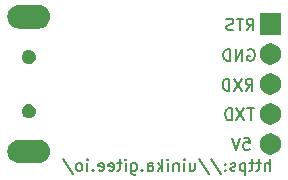
<source format=gbs>
%TF.GenerationSoftware,KiCad,Pcbnew,(5.1.6)-1*%
%TF.CreationDate,2020-07-02T16:49:34+08:00*%
%TF.ProjectId,usb-ttl,7573622d-7474-46c2-9e6b-696361645f70,rev?*%
%TF.SameCoordinates,Original*%
%TF.FileFunction,Soldermask,Bot*%
%TF.FilePolarity,Negative*%
%FSLAX46Y46*%
G04 Gerber Fmt 4.6, Leading zero omitted, Abs format (unit mm)*
G04 Created by KiCad (PCBNEW (5.1.6)-1) date 2020-07-02 16:49:34*
%MOMM*%
%LPD*%
G01*
G04 APERTURE LIST*
%ADD10C,0.150000*%
%ADD11C,0.100000*%
G04 APERTURE END LIST*
D10*
X121290476Y-96552380D02*
X121766666Y-96552380D01*
X121814285Y-97028571D01*
X121766666Y-96980952D01*
X121671428Y-96933333D01*
X121433333Y-96933333D01*
X121338095Y-96980952D01*
X121290476Y-97028571D01*
X121242857Y-97123809D01*
X121242857Y-97361904D01*
X121290476Y-97457142D01*
X121338095Y-97504761D01*
X121433333Y-97552380D01*
X121671428Y-97552380D01*
X121766666Y-97504761D01*
X121814285Y-97457142D01*
X120957142Y-96552380D02*
X120623809Y-97552380D01*
X120290476Y-96552380D01*
X122161904Y-94052380D02*
X121590476Y-94052380D01*
X121876190Y-95052380D02*
X121876190Y-94052380D01*
X121352380Y-94052380D02*
X120685714Y-95052380D01*
X120685714Y-94052380D02*
X121352380Y-95052380D01*
X120304761Y-95052380D02*
X120304761Y-94052380D01*
X120066666Y-94052380D01*
X119923809Y-94100000D01*
X119828571Y-94195238D01*
X119780952Y-94290476D01*
X119733333Y-94480952D01*
X119733333Y-94623809D01*
X119780952Y-94814285D01*
X119828571Y-94909523D01*
X119923809Y-95004761D01*
X120066666Y-95052380D01*
X120304761Y-95052380D01*
X121466666Y-92552380D02*
X121800000Y-92076190D01*
X122038095Y-92552380D02*
X122038095Y-91552380D01*
X121657142Y-91552380D01*
X121561904Y-91600000D01*
X121514285Y-91647619D01*
X121466666Y-91742857D01*
X121466666Y-91885714D01*
X121514285Y-91980952D01*
X121561904Y-92028571D01*
X121657142Y-92076190D01*
X122038095Y-92076190D01*
X121133333Y-91552380D02*
X120466666Y-92552380D01*
X120466666Y-91552380D02*
X121133333Y-92552380D01*
X120085714Y-92552380D02*
X120085714Y-91552380D01*
X119847619Y-91552380D01*
X119704761Y-91600000D01*
X119609523Y-91695238D01*
X119561904Y-91790476D01*
X119514285Y-91980952D01*
X119514285Y-92123809D01*
X119561904Y-92314285D01*
X119609523Y-92409523D01*
X119704761Y-92504761D01*
X119847619Y-92552380D01*
X120085714Y-92552380D01*
X121661904Y-89100000D02*
X121757142Y-89052380D01*
X121900000Y-89052380D01*
X122042857Y-89100000D01*
X122138095Y-89195238D01*
X122185714Y-89290476D01*
X122233333Y-89480952D01*
X122233333Y-89623809D01*
X122185714Y-89814285D01*
X122138095Y-89909523D01*
X122042857Y-90004761D01*
X121900000Y-90052380D01*
X121804761Y-90052380D01*
X121661904Y-90004761D01*
X121614285Y-89957142D01*
X121614285Y-89623809D01*
X121804761Y-89623809D01*
X121185714Y-90052380D02*
X121185714Y-89052380D01*
X120614285Y-90052380D01*
X120614285Y-89052380D01*
X120138095Y-90052380D02*
X120138095Y-89052380D01*
X119900000Y-89052380D01*
X119757142Y-89100000D01*
X119661904Y-89195238D01*
X119614285Y-89290476D01*
X119566666Y-89480952D01*
X119566666Y-89623809D01*
X119614285Y-89814285D01*
X119661904Y-89909523D01*
X119757142Y-90004761D01*
X119900000Y-90052380D01*
X120138095Y-90052380D01*
X121547619Y-87452380D02*
X121880952Y-86976190D01*
X122119047Y-87452380D02*
X122119047Y-86452380D01*
X121738095Y-86452380D01*
X121642857Y-86500000D01*
X121595238Y-86547619D01*
X121547619Y-86642857D01*
X121547619Y-86785714D01*
X121595238Y-86880952D01*
X121642857Y-86928571D01*
X121738095Y-86976190D01*
X122119047Y-86976190D01*
X121261904Y-86452380D02*
X120690476Y-86452380D01*
X120976190Y-87452380D02*
X120976190Y-86452380D01*
X120404761Y-87404761D02*
X120261904Y-87452380D01*
X120023809Y-87452380D01*
X119928571Y-87404761D01*
X119880952Y-87357142D01*
X119833333Y-87261904D01*
X119833333Y-87166666D01*
X119880952Y-87071428D01*
X119928571Y-87023809D01*
X120023809Y-86976190D01*
X120214285Y-86928571D01*
X120309523Y-86880952D01*
X120357142Y-86833333D01*
X120404761Y-86738095D01*
X120404761Y-86642857D01*
X120357142Y-86547619D01*
X120309523Y-86500000D01*
X120214285Y-86452380D01*
X119976190Y-86452380D01*
X119833333Y-86500000D01*
X123490476Y-99352380D02*
X123490476Y-98352380D01*
X123061904Y-99352380D02*
X123061904Y-98828571D01*
X123109523Y-98733333D01*
X123204761Y-98685714D01*
X123347619Y-98685714D01*
X123442857Y-98733333D01*
X123490476Y-98780952D01*
X122728571Y-98685714D02*
X122347619Y-98685714D01*
X122585714Y-98352380D02*
X122585714Y-99209523D01*
X122538095Y-99304761D01*
X122442857Y-99352380D01*
X122347619Y-99352380D01*
X122157142Y-98685714D02*
X121776190Y-98685714D01*
X122014285Y-98352380D02*
X122014285Y-99209523D01*
X121966666Y-99304761D01*
X121871428Y-99352380D01*
X121776190Y-99352380D01*
X121442857Y-98685714D02*
X121442857Y-99685714D01*
X121442857Y-98733333D02*
X121347619Y-98685714D01*
X121157142Y-98685714D01*
X121061904Y-98733333D01*
X121014285Y-98780952D01*
X120966666Y-98876190D01*
X120966666Y-99161904D01*
X121014285Y-99257142D01*
X121061904Y-99304761D01*
X121157142Y-99352380D01*
X121347619Y-99352380D01*
X121442857Y-99304761D01*
X120585714Y-99304761D02*
X120490476Y-99352380D01*
X120300000Y-99352380D01*
X120204761Y-99304761D01*
X120157142Y-99209523D01*
X120157142Y-99161904D01*
X120204761Y-99066666D01*
X120300000Y-99019047D01*
X120442857Y-99019047D01*
X120538095Y-98971428D01*
X120585714Y-98876190D01*
X120585714Y-98828571D01*
X120538095Y-98733333D01*
X120442857Y-98685714D01*
X120300000Y-98685714D01*
X120204761Y-98733333D01*
X119728571Y-99257142D02*
X119680952Y-99304761D01*
X119728571Y-99352380D01*
X119776190Y-99304761D01*
X119728571Y-99257142D01*
X119728571Y-99352380D01*
X119728571Y-98733333D02*
X119680952Y-98780952D01*
X119728571Y-98828571D01*
X119776190Y-98780952D01*
X119728571Y-98733333D01*
X119728571Y-98828571D01*
X118538095Y-98304761D02*
X119395238Y-99590476D01*
X117490476Y-98304761D02*
X118347619Y-99590476D01*
X116728571Y-98685714D02*
X116728571Y-99352380D01*
X117157142Y-98685714D02*
X117157142Y-99209523D01*
X117109523Y-99304761D01*
X117014285Y-99352380D01*
X116871428Y-99352380D01*
X116776190Y-99304761D01*
X116728571Y-99257142D01*
X116252380Y-99352380D02*
X116252380Y-98685714D01*
X116252380Y-98352380D02*
X116300000Y-98400000D01*
X116252380Y-98447619D01*
X116204761Y-98400000D01*
X116252380Y-98352380D01*
X116252380Y-98447619D01*
X115776190Y-98685714D02*
X115776190Y-99352380D01*
X115776190Y-98780952D02*
X115728571Y-98733333D01*
X115633333Y-98685714D01*
X115490476Y-98685714D01*
X115395238Y-98733333D01*
X115347619Y-98828571D01*
X115347619Y-99352380D01*
X114871428Y-99352380D02*
X114871428Y-98685714D01*
X114871428Y-98352380D02*
X114919047Y-98400000D01*
X114871428Y-98447619D01*
X114823809Y-98400000D01*
X114871428Y-98352380D01*
X114871428Y-98447619D01*
X114395238Y-99352380D02*
X114395238Y-98352380D01*
X114300000Y-98971428D02*
X114014285Y-99352380D01*
X114014285Y-98685714D02*
X114395238Y-99066666D01*
X113157142Y-99352380D02*
X113157142Y-98828571D01*
X113204761Y-98733333D01*
X113300000Y-98685714D01*
X113490476Y-98685714D01*
X113585714Y-98733333D01*
X113157142Y-99304761D02*
X113252380Y-99352380D01*
X113490476Y-99352380D01*
X113585714Y-99304761D01*
X113633333Y-99209523D01*
X113633333Y-99114285D01*
X113585714Y-99019047D01*
X113490476Y-98971428D01*
X113252380Y-98971428D01*
X113157142Y-98923809D01*
X112680952Y-99257142D02*
X112633333Y-99304761D01*
X112680952Y-99352380D01*
X112728571Y-99304761D01*
X112680952Y-99257142D01*
X112680952Y-99352380D01*
X111776190Y-98685714D02*
X111776190Y-99495238D01*
X111823809Y-99590476D01*
X111871428Y-99638095D01*
X111966666Y-99685714D01*
X112109523Y-99685714D01*
X112204761Y-99638095D01*
X111776190Y-99304761D02*
X111871428Y-99352380D01*
X112061904Y-99352380D01*
X112157142Y-99304761D01*
X112204761Y-99257142D01*
X112252380Y-99161904D01*
X112252380Y-98876190D01*
X112204761Y-98780952D01*
X112157142Y-98733333D01*
X112061904Y-98685714D01*
X111871428Y-98685714D01*
X111776190Y-98733333D01*
X111300000Y-99352380D02*
X111300000Y-98685714D01*
X111300000Y-98352380D02*
X111347619Y-98400000D01*
X111300000Y-98447619D01*
X111252380Y-98400000D01*
X111300000Y-98352380D01*
X111300000Y-98447619D01*
X110966666Y-98685714D02*
X110585714Y-98685714D01*
X110823809Y-98352380D02*
X110823809Y-99209523D01*
X110776190Y-99304761D01*
X110680952Y-99352380D01*
X110585714Y-99352380D01*
X109871428Y-99304761D02*
X109966666Y-99352380D01*
X110157142Y-99352380D01*
X110252380Y-99304761D01*
X110300000Y-99209523D01*
X110300000Y-98828571D01*
X110252380Y-98733333D01*
X110157142Y-98685714D01*
X109966666Y-98685714D01*
X109871428Y-98733333D01*
X109823809Y-98828571D01*
X109823809Y-98923809D01*
X110300000Y-99019047D01*
X109014285Y-99304761D02*
X109109523Y-99352380D01*
X109300000Y-99352380D01*
X109395238Y-99304761D01*
X109442857Y-99209523D01*
X109442857Y-98828571D01*
X109395238Y-98733333D01*
X109300000Y-98685714D01*
X109109523Y-98685714D01*
X109014285Y-98733333D01*
X108966666Y-98828571D01*
X108966666Y-98923809D01*
X109442857Y-99019047D01*
X108538095Y-99257142D02*
X108490476Y-99304761D01*
X108538095Y-99352380D01*
X108585714Y-99304761D01*
X108538095Y-99257142D01*
X108538095Y-99352380D01*
X108061904Y-99352380D02*
X108061904Y-98685714D01*
X108061904Y-98352380D02*
X108109523Y-98400000D01*
X108061904Y-98447619D01*
X108014285Y-98400000D01*
X108061904Y-98352380D01*
X108061904Y-98447619D01*
X107442857Y-99352380D02*
X107538095Y-99304761D01*
X107585714Y-99257142D01*
X107633333Y-99161904D01*
X107633333Y-98876190D01*
X107585714Y-98780952D01*
X107538095Y-98733333D01*
X107442857Y-98685714D01*
X107300000Y-98685714D01*
X107204761Y-98733333D01*
X107157142Y-98780952D01*
X107109523Y-98876190D01*
X107109523Y-99161904D01*
X107157142Y-99257142D01*
X107204761Y-99304761D01*
X107300000Y-99352380D01*
X107442857Y-99352380D01*
X105966666Y-98304761D02*
X106823809Y-99590476D01*
D11*
G36*
X104096034Y-96714469D02*
G01*
X104284536Y-96771651D01*
X104458256Y-96864506D01*
X104610528Y-96989472D01*
X104735494Y-97141744D01*
X104828349Y-97315464D01*
X104885531Y-97503966D01*
X104904838Y-97700000D01*
X104885531Y-97896034D01*
X104828349Y-98084536D01*
X104735494Y-98258256D01*
X104610528Y-98410528D01*
X104458256Y-98535494D01*
X104284536Y-98628349D01*
X104096034Y-98685531D01*
X103949124Y-98700000D01*
X102250876Y-98700000D01*
X102103966Y-98685531D01*
X101915464Y-98628349D01*
X101741744Y-98535494D01*
X101589472Y-98410528D01*
X101464506Y-98258256D01*
X101371651Y-98084536D01*
X101314469Y-97896034D01*
X101295162Y-97700000D01*
X101314469Y-97503966D01*
X101371651Y-97315464D01*
X101464506Y-97141744D01*
X101589472Y-96989472D01*
X101741744Y-96864506D01*
X101915464Y-96771651D01*
X102103966Y-96714469D01*
X102250876Y-96700000D01*
X103949124Y-96700000D01*
X104096034Y-96714469D01*
G37*
G36*
X123754561Y-96203057D02*
G01*
X123812520Y-96214586D01*
X123976310Y-96282430D01*
X124123717Y-96380924D01*
X124249076Y-96506283D01*
X124347570Y-96653690D01*
X124415414Y-96817480D01*
X124450000Y-96991358D01*
X124450000Y-97168642D01*
X124415414Y-97342520D01*
X124347570Y-97506310D01*
X124249076Y-97653717D01*
X124123717Y-97779076D01*
X123976310Y-97877570D01*
X123812520Y-97945414D01*
X123754561Y-97956943D01*
X123638644Y-97980000D01*
X123461356Y-97980000D01*
X123345439Y-97956943D01*
X123287480Y-97945414D01*
X123123690Y-97877570D01*
X122976283Y-97779076D01*
X122850924Y-97653717D01*
X122752430Y-97506310D01*
X122684586Y-97342520D01*
X122650000Y-97168642D01*
X122650000Y-96991358D01*
X122684586Y-96817480D01*
X122752430Y-96653690D01*
X122850924Y-96506283D01*
X122976283Y-96380924D01*
X123123690Y-96282430D01*
X123287480Y-96214586D01*
X123345439Y-96203057D01*
X123461356Y-96180000D01*
X123638644Y-96180000D01*
X123754561Y-96203057D01*
G37*
G36*
X123754561Y-93663057D02*
G01*
X123812520Y-93674586D01*
X123976310Y-93742430D01*
X124123717Y-93840924D01*
X124249076Y-93966283D01*
X124347570Y-94113690D01*
X124415414Y-94277480D01*
X124450000Y-94451358D01*
X124450000Y-94628642D01*
X124415414Y-94802520D01*
X124347570Y-94966310D01*
X124249076Y-95113717D01*
X124123717Y-95239076D01*
X123976310Y-95337570D01*
X123812520Y-95405414D01*
X123754561Y-95416943D01*
X123638644Y-95440000D01*
X123461356Y-95440000D01*
X123345439Y-95416943D01*
X123287480Y-95405414D01*
X123123690Y-95337570D01*
X122976283Y-95239076D01*
X122850924Y-95113717D01*
X122752430Y-94966310D01*
X122684586Y-94802520D01*
X122650000Y-94628642D01*
X122650000Y-94451358D01*
X122684586Y-94277480D01*
X122752430Y-94113690D01*
X122850924Y-93966283D01*
X122976283Y-93840924D01*
X123123690Y-93742430D01*
X123287480Y-93674586D01*
X123345439Y-93663057D01*
X123461356Y-93640000D01*
X123638644Y-93640000D01*
X123754561Y-93663057D01*
G37*
G36*
X103275012Y-93723057D02*
G01*
X103384205Y-93768286D01*
X103384207Y-93768287D01*
X103482478Y-93833950D01*
X103566050Y-93917522D01*
X103631713Y-94015793D01*
X103631714Y-94015795D01*
X103676943Y-94124988D01*
X103700000Y-94240904D01*
X103700000Y-94359096D01*
X103676943Y-94475012D01*
X103676942Y-94475014D01*
X103631713Y-94584207D01*
X103566050Y-94682478D01*
X103482478Y-94766050D01*
X103384207Y-94831713D01*
X103384206Y-94831714D01*
X103384205Y-94831714D01*
X103275012Y-94876943D01*
X103159096Y-94900000D01*
X103040904Y-94900000D01*
X102924988Y-94876943D01*
X102815795Y-94831714D01*
X102815794Y-94831714D01*
X102815793Y-94831713D01*
X102717522Y-94766050D01*
X102633950Y-94682478D01*
X102568287Y-94584207D01*
X102523058Y-94475014D01*
X102523057Y-94475012D01*
X102500000Y-94359096D01*
X102500000Y-94240904D01*
X102523057Y-94124988D01*
X102568286Y-94015795D01*
X102568287Y-94015793D01*
X102633950Y-93917522D01*
X102717522Y-93833950D01*
X102815793Y-93768287D01*
X102815795Y-93768286D01*
X102924988Y-93723057D01*
X103040904Y-93700000D01*
X103159096Y-93700000D01*
X103275012Y-93723057D01*
G37*
G36*
X123754561Y-91123057D02*
G01*
X123812520Y-91134586D01*
X123976310Y-91202430D01*
X124123717Y-91300924D01*
X124249076Y-91426283D01*
X124347570Y-91573690D01*
X124415414Y-91737480D01*
X124450000Y-91911358D01*
X124450000Y-92088642D01*
X124415414Y-92262520D01*
X124347570Y-92426310D01*
X124249076Y-92573717D01*
X124123717Y-92699076D01*
X123976310Y-92797570D01*
X123812520Y-92865414D01*
X123754561Y-92876943D01*
X123638644Y-92900000D01*
X123461356Y-92900000D01*
X123345439Y-92876943D01*
X123287480Y-92865414D01*
X123123690Y-92797570D01*
X122976283Y-92699076D01*
X122850924Y-92573717D01*
X122752430Y-92426310D01*
X122684586Y-92262520D01*
X122650000Y-92088642D01*
X122650000Y-91911358D01*
X122684586Y-91737480D01*
X122752430Y-91573690D01*
X122850924Y-91426283D01*
X122976283Y-91300924D01*
X123123690Y-91202430D01*
X123287480Y-91134586D01*
X123345439Y-91123057D01*
X123461356Y-91100000D01*
X123638644Y-91100000D01*
X123754561Y-91123057D01*
G37*
G36*
X123754561Y-88583057D02*
G01*
X123812520Y-88594586D01*
X123976310Y-88662430D01*
X124123717Y-88760924D01*
X124249076Y-88886283D01*
X124347570Y-89033690D01*
X124415414Y-89197480D01*
X124450000Y-89371358D01*
X124450000Y-89548642D01*
X124415414Y-89722520D01*
X124347570Y-89886310D01*
X124249076Y-90033717D01*
X124123717Y-90159076D01*
X123976310Y-90257570D01*
X123812520Y-90325414D01*
X123754561Y-90336943D01*
X123638644Y-90360000D01*
X123461356Y-90360000D01*
X123345439Y-90336943D01*
X123287480Y-90325414D01*
X123123690Y-90257570D01*
X122976283Y-90159076D01*
X122850924Y-90033717D01*
X122752430Y-89886310D01*
X122684586Y-89722520D01*
X122650000Y-89548642D01*
X122650000Y-89371358D01*
X122684586Y-89197480D01*
X122752430Y-89033690D01*
X122850924Y-88886283D01*
X122976283Y-88760924D01*
X123123690Y-88662430D01*
X123287480Y-88594586D01*
X123345439Y-88583057D01*
X123461356Y-88560000D01*
X123638644Y-88560000D01*
X123754561Y-88583057D01*
G37*
G36*
X103275012Y-89123057D02*
G01*
X103275015Y-89123058D01*
X103275014Y-89123058D01*
X103384207Y-89168287D01*
X103482478Y-89233950D01*
X103566050Y-89317522D01*
X103566051Y-89317524D01*
X103631714Y-89415795D01*
X103676943Y-89524988D01*
X103700000Y-89640904D01*
X103700000Y-89759096D01*
X103676943Y-89875012D01*
X103676942Y-89875014D01*
X103631713Y-89984207D01*
X103566050Y-90082478D01*
X103482478Y-90166050D01*
X103384207Y-90231713D01*
X103384206Y-90231714D01*
X103384205Y-90231714D01*
X103275012Y-90276943D01*
X103159096Y-90300000D01*
X103040904Y-90300000D01*
X102924988Y-90276943D01*
X102815795Y-90231714D01*
X102815794Y-90231714D01*
X102815793Y-90231713D01*
X102717522Y-90166050D01*
X102633950Y-90082478D01*
X102568287Y-89984207D01*
X102523058Y-89875014D01*
X102523057Y-89875012D01*
X102500000Y-89759096D01*
X102500000Y-89640904D01*
X102523057Y-89524988D01*
X102568286Y-89415795D01*
X102633949Y-89317524D01*
X102633950Y-89317522D01*
X102717522Y-89233950D01*
X102815793Y-89168287D01*
X102924986Y-89123058D01*
X102924985Y-89123058D01*
X102924988Y-89123057D01*
X103040904Y-89100000D01*
X103159096Y-89100000D01*
X103275012Y-89123057D01*
G37*
G36*
X124450000Y-87820000D02*
G01*
X122650000Y-87820000D01*
X122650000Y-86020000D01*
X124450000Y-86020000D01*
X124450000Y-87820000D01*
G37*
G36*
X104096034Y-85314469D02*
G01*
X104284536Y-85371651D01*
X104458256Y-85464506D01*
X104610528Y-85589472D01*
X104735494Y-85741744D01*
X104828349Y-85915464D01*
X104885531Y-86103966D01*
X104904838Y-86300000D01*
X104885531Y-86496034D01*
X104828349Y-86684536D01*
X104735494Y-86858256D01*
X104610528Y-87010528D01*
X104458256Y-87135494D01*
X104284536Y-87228349D01*
X104096034Y-87285531D01*
X103949124Y-87300000D01*
X102250876Y-87300000D01*
X102103966Y-87285531D01*
X101915464Y-87228349D01*
X101741744Y-87135494D01*
X101589472Y-87010528D01*
X101464506Y-86858256D01*
X101371651Y-86684536D01*
X101314469Y-86496034D01*
X101295162Y-86300000D01*
X101314469Y-86103966D01*
X101371651Y-85915464D01*
X101464506Y-85741744D01*
X101589472Y-85589472D01*
X101741744Y-85464506D01*
X101915464Y-85371651D01*
X102103966Y-85314469D01*
X102250876Y-85300000D01*
X103949124Y-85300000D01*
X104096034Y-85314469D01*
G37*
M02*

</source>
